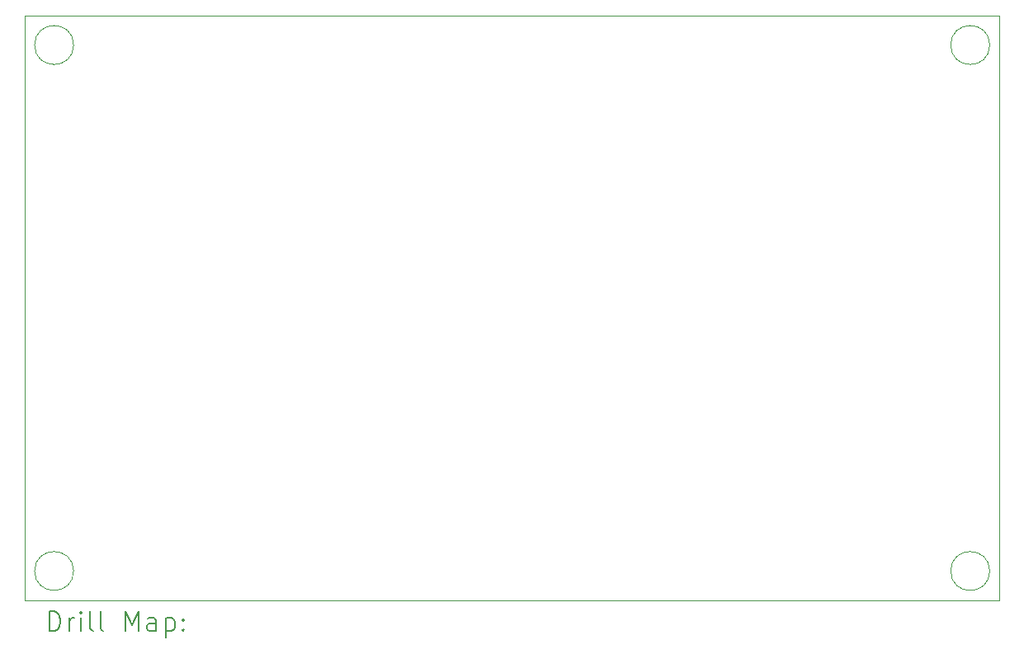
<source format=gbr>
%FSLAX45Y45*%
G04 Gerber Fmt 4.5, Leading zero omitted, Abs format (unit mm)*
G04 Created by KiCad (PCBNEW (6.0.4-0)) date 2022-11-11 12:05:35*
%MOMM*%
%LPD*%
G01*
G04 APERTURE LIST*
%TA.AperFunction,Profile*%
%ADD10C,0.100000*%
%TD*%
%ADD11C,0.200000*%
G04 APERTURE END LIST*
D10*
X10000000Y-10000000D02*
X20000000Y-10000000D01*
X20000000Y-10000000D02*
X20000000Y-4000000D01*
X20000000Y-4000000D02*
X10000000Y-4000000D01*
X10000000Y-4000000D02*
X10000000Y-10000000D01*
X19900000Y-4300000D02*
G75*
G03*
X19900000Y-4300000I-200000J0D01*
G01*
X19900000Y-9700000D02*
G75*
G03*
X19900000Y-9700000I-200000J0D01*
G01*
X10500000Y-4300000D02*
G75*
G03*
X10500000Y-4300000I-200000J0D01*
G01*
X10500000Y-9700000D02*
G75*
G03*
X10500000Y-9700000I-200000J0D01*
G01*
D11*
X10252619Y-10315476D02*
X10252619Y-10115476D01*
X10300238Y-10115476D01*
X10328810Y-10125000D01*
X10347857Y-10144048D01*
X10357381Y-10163095D01*
X10366905Y-10201190D01*
X10366905Y-10229762D01*
X10357381Y-10267857D01*
X10347857Y-10286905D01*
X10328810Y-10305952D01*
X10300238Y-10315476D01*
X10252619Y-10315476D01*
X10452619Y-10315476D02*
X10452619Y-10182143D01*
X10452619Y-10220238D02*
X10462143Y-10201190D01*
X10471667Y-10191667D01*
X10490714Y-10182143D01*
X10509762Y-10182143D01*
X10576429Y-10315476D02*
X10576429Y-10182143D01*
X10576429Y-10115476D02*
X10566905Y-10125000D01*
X10576429Y-10134524D01*
X10585952Y-10125000D01*
X10576429Y-10115476D01*
X10576429Y-10134524D01*
X10700238Y-10315476D02*
X10681190Y-10305952D01*
X10671667Y-10286905D01*
X10671667Y-10115476D01*
X10805000Y-10315476D02*
X10785952Y-10305952D01*
X10776429Y-10286905D01*
X10776429Y-10115476D01*
X11033571Y-10315476D02*
X11033571Y-10115476D01*
X11100238Y-10258333D01*
X11166905Y-10115476D01*
X11166905Y-10315476D01*
X11347857Y-10315476D02*
X11347857Y-10210714D01*
X11338333Y-10191667D01*
X11319286Y-10182143D01*
X11281190Y-10182143D01*
X11262143Y-10191667D01*
X11347857Y-10305952D02*
X11328809Y-10315476D01*
X11281190Y-10315476D01*
X11262143Y-10305952D01*
X11252619Y-10286905D01*
X11252619Y-10267857D01*
X11262143Y-10248810D01*
X11281190Y-10239286D01*
X11328809Y-10239286D01*
X11347857Y-10229762D01*
X11443095Y-10182143D02*
X11443095Y-10382143D01*
X11443095Y-10191667D02*
X11462143Y-10182143D01*
X11500238Y-10182143D01*
X11519286Y-10191667D01*
X11528809Y-10201190D01*
X11538333Y-10220238D01*
X11538333Y-10277381D01*
X11528809Y-10296429D01*
X11519286Y-10305952D01*
X11500238Y-10315476D01*
X11462143Y-10315476D01*
X11443095Y-10305952D01*
X11624048Y-10296429D02*
X11633571Y-10305952D01*
X11624048Y-10315476D01*
X11614524Y-10305952D01*
X11624048Y-10296429D01*
X11624048Y-10315476D01*
X11624048Y-10191667D02*
X11633571Y-10201190D01*
X11624048Y-10210714D01*
X11614524Y-10201190D01*
X11624048Y-10191667D01*
X11624048Y-10210714D01*
M02*

</source>
